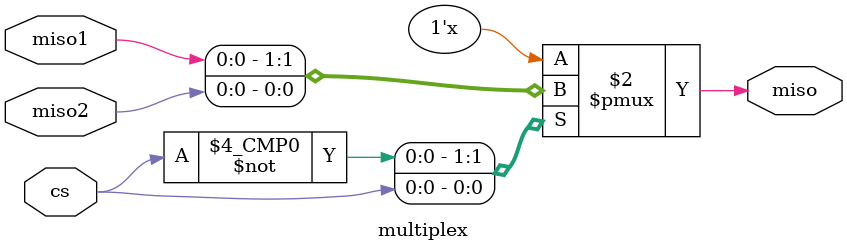
<source format=v>
module multiplex(
  input miso1,
  input miso2,
  input cs,
  output reg miso);
  
  always @(*) begin
    case(cs)
      1'b0: miso=miso1;
      1'b1: miso=miso2;
    endcase
  end
  
endmodule

</source>
